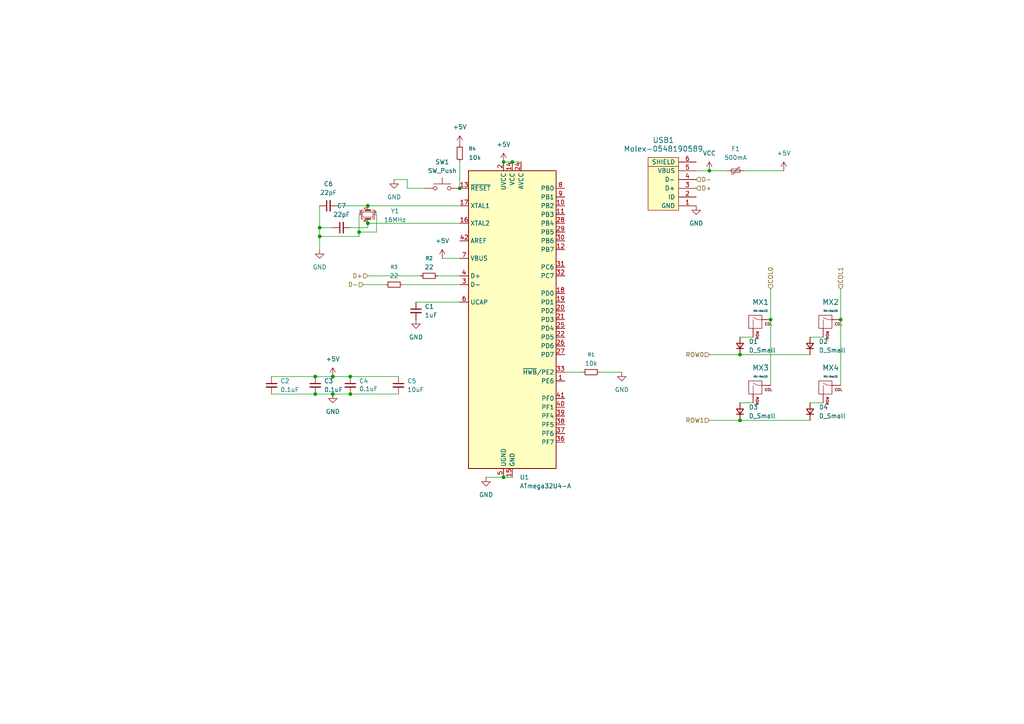
<source format=kicad_sch>
(kicad_sch (version 20250114) (generator "eeschema") (generator_version "9.0")
  (paper "A4")
  (lib_symbols
    (symbol "Device:C_Small" (pin_numbers (hide yes)) (pin_names (offset 0.254) (hide yes))
      (property "Reference" "C" (at 0.254 1.778 0))
      (property "Value" "C_Small" (at 0.254 -2.032 0))
      (symbol "C_Small_0_1"
        (polyline (pts (xy -1.524 0.508) (xy 1.524 0.508)) (stroke (width 0.3048)))
        (polyline (pts (xy -1.524 -0.508) (xy 1.524 -0.508)) (stroke (width 0.3302)))
      )
      (symbol "C_Small_1_1"
        (pin passive line (at 0 2.54 270) (length 2.032) (name "~") (number "1"))
        (pin passive line (at 0 -2.54 90) (length 2.032) (name "~") (number "2"))
      )
    )
    (symbol "Device:Crystal_GND24_Small" (pin_names (offset 1.016) (hide yes))
      (property "Reference" "Y" (at 1.27 4.445 0))
      (property "Value" "Crystal_GND24_Small" (at 1.27 2.54 0))
      (symbol "Crystal_GND24_Small_0_1"
        (polyline (pts (xy -1.27 1.27) (xy -1.27 1.905) (xy 1.27 1.905) (xy 1.27 1.27)))
        (polyline (pts (xy -1.27 -0.762) (xy -1.27 0.762)) (stroke (width 0.381)))
        (polyline (pts (xy -1.27 -1.27) (xy -1.27 -1.905) (xy 1.27 -1.905) (xy 1.27 -1.27)))
        (rectangle (start -0.762 -1.524) (end 0.762 1.524))
        (polyline (pts (xy 1.27 -0.762) (xy 1.27 0.762)) (stroke (width 0.381)))
      )
      (symbol "Crystal_GND24_Small_1_1"
        (pin passive line (at -2.54 0 0) (length 1.27) (name "1") (number "1"))
        (pin passive line (at 0 2.54 270) (length 0.635) (name "4") (number "4"))
        (pin passive line (at 0 -2.54 90) (length 0.635) (name "2") (number "2"))
        (pin passive line (at 2.54 0 180) (length 1.27) (name "3") (number "3"))
      )
    )
    (symbol "Device:D_Small" (pin_numbers (hide yes)) (pin_names (offset 0.254) (hide yes))
      (property "Reference" "D" (at -1.27 2.032 0))
      (property "Value" "D_Small" (at -3.81 -2.032 0))
      (symbol "D_Small_0_1"
        (polyline (pts (xy -0.762 0) (xy 0.762 0)))
        (polyline (pts (xy -0.762 -1.016) (xy -0.762 1.016)) (stroke (width 0.254)))
        (polyline (pts (xy 0.762 -1.016) (xy -0.762 0) (xy 0.762 1.016) (xy 0.762 -1.016)) (stroke (width 0.254)))
      )
      (symbol "D_Small_1_1"
        (pin passive line (at -2.54 0 0) (length 1.778) (name "K") (number "1"))
        (pin passive line (at 2.54 0 180) (length 1.778) (name "A") (number "2"))
      )
    )
    (symbol "Device:Polyfuse_Small" (pin_numbers (hide yes)) (pin_names (offset 0))
      (property "Reference" "F" (at -1.905 0 90))
      (property "Value" "Polyfuse_Small" (at 1.905 0 90))
      (symbol "Polyfuse_Small_0_1"
        (polyline (pts (xy -1.016 1.27) (xy -1.016 0.762) (xy 1.016 -0.762) (xy 1.016 -1.27)))
        (rectangle (start -0.508 1.27) (end 0.508 -1.27))
        (polyline (pts (xy 0 2.54) (xy 0 -2.54)))
      )
      (symbol "Polyfuse_Small_1_1"
        (pin passive line (at 0 2.54 270) (length 0.635) (name "~") (number "1"))
        (pin passive line (at 0 -2.54 90) (length 0.635) (name "~") (number "2"))
      )
    )
    (symbol "Device:R_Small" (pin_numbers (hide yes)) (pin_names (offset 0.254) (hide yes))
      (property "Reference" "R" (at 0 0 90))
      (property "Value" "R_Small" (at 1.778 0 90))
      (symbol "R_Small_0_1"
        (rectangle (start -0.762 1.778) (end 0.762 -1.778) (stroke (width 0.2032)))
      )
      (symbol "R_Small_1_1"
        (pin passive line (at 0 2.54 270) (length 0.762) (name "~") (number "1"))
        (pin passive line (at 0 -2.54 90) (length 0.762) (name "~") (number "2"))
      )
    )
    (symbol "MCU_Microchip_ATmega:ATmega32U4-A"
      (property "Reference" "U" (at -12.7 44.45 0))
      (property "Value" "ATmega32U4-A" (at 2.54 -44.45 0))
      (symbol "ATmega32U4-A_0_1"
        (rectangle (start -12.7 -43.18) (end 12.7 43.18) (stroke (width 0.254)) (fill (type background)))
      )
      (symbol "ATmega32U4-A_1_1"
        (pin input line (at -15.24 38.1 0) (length 2.54) (name "~{RESET}") (number "13"))
        (pin input line (at -15.24 33.02 0) (length 2.54) (name "XTAL1") (number "17"))
        (pin output line (at -15.24 27.94 0) (length 2.54) (name "XTAL2") (number "16"))
        (pin passive line (at -15.24 22.86 0) (length 2.54) (name "AREF") (number "42"))
        (pin input line (at -15.24 17.78 0) (length 2.54) (name "VBUS") (number "7"))
        (pin bidirectional line (at -15.24 12.7 0) (length 2.54) (name "D+") (number "4"))
        (pin bidirectional line (at -15.24 10.16 0) (length 2.54) (name "D-") (number "3"))
        (pin passive line (at -15.24 5.08 0) (length 2.54) (name "UCAP") (number "6"))
        (pin power_in line (at -2.54 45.72 270) (length 2.54) (name "UVCC") (number "2"))
        (pin passive line (at -2.54 -45.72 90) (length 2.54) (name "UGND") (number "5"))
        (pin power_in line (at 0 45.72 270) (length 2.54) (name "VCC") (number "14"))
        (pin passive line (at 0 45.72 270) (length 2.54) (hide yes) (name "VCC") (number "34"))
        (pin power_in line (at 0 -45.72 90) (length 2.54) (name "GND") (number "15"))
        (pin passive line (at 0 -45.72 90) (length 2.54) (hide yes) (name "GND") (number "23"))
        (pin passive line (at 0 -45.72 90) (length 2.54) (hide yes) (name "GND") (number "35"))
        (pin passive line (at 0 -45.72 90) (length 2.54) (hide yes) (name "GND") (number "43"))
        (pin power_in line (at 2.54 45.72 270) (length 2.54) (name "AVCC") (number "24"))
        (pin passive line (at 2.54 45.72 270) (length 2.54) (hide yes) (name "AVCC") (number "44"))
        (pin bidirectional line (at 15.24 38.1 180) (length 2.54) (name "PB0") (number "8"))
        (pin bidirectional line (at 15.24 35.56 180) (length 2.54) (name "PB1") (number "9"))
        (pin bidirectional line (at 15.24 33.02 180) (length 2.54) (name "PB2") (number "10"))
        (pin bidirectional line (at 15.24 30.48 180) (length 2.54) (name "PB3") (number "11"))
        (pin bidirectional line (at 15.24 27.94 180) (length 2.54) (name "PB4") (number "28"))
        (pin bidirectional line (at 15.24 25.4 180) (length 2.54) (name "PB5") (number "29"))
        (pin bidirectional line (at 15.24 22.86 180) (length 2.54) (name "PB6") (number "30"))
        (pin bidirectional line (at 15.24 20.32 180) (length 2.54) (name "PB7") (number "12"))
        (pin bidirectional line (at 15.24 15.24 180) (length 2.54) (name "PC6") (number "31"))
        (pin bidirectional line (at 15.24 12.7 180) (length 2.54) (name "PC7") (number "32"))
        (pin bidirectional line (at 15.24 7.62 180) (length 2.54) (name "PD0") (number "18"))
        (pin bidirectional line (at 15.24 5.08 180) (length 2.54) (name "PD1") (number "19"))
        (pin bidirectional line (at 15.24 2.54 180) (length 2.54) (name "PD2") (number "20"))
        (pin bidirectional line (at 15.24 0 180) (length 2.54) (name "PD3") (number "21"))
        (pin bidirectional line (at 15.24 -2.54 180) (length 2.54) (name "PD4") (number "25"))
        (pin bidirectional line (at 15.24 -5.08 180) (length 2.54) (name "PD5") (number "22"))
        (pin bidirectional line (at 15.24 -7.62 180) (length 2.54) (name "PD6") (number "26"))
        (pin bidirectional line (at 15.24 -10.16 180) (length 2.54) (name "PD7") (number "27"))
        (pin bidirectional line (at 15.24 -15.24 180) (length 2.54) (name "~{HWB}/PE2") (number "33"))
        (pin bidirectional line (at 15.24 -17.78 180) (length 2.54) (name "PE6") (number "1"))
        (pin bidirectional line (at 15.24 -22.86 180) (length 2.54) (name "PF0") (number "41"))
        (pin bidirectional line (at 15.24 -25.4 180) (length 2.54) (name "PF1") (number "40"))
        (pin bidirectional line (at 15.24 -27.94 180) (length 2.54) (name "PF4") (number "39"))
        (pin bidirectional line (at 15.24 -30.48 180) (length 2.54) (name "PF5") (number "38"))
        (pin bidirectional line (at 15.24 -33.02 180) (length 2.54) (name "PF6") (number "37"))
        (pin bidirectional line (at 15.24 -35.56 180) (length 2.54) (name "PF7") (number "36"))
      )
    )
    (symbol "MX_Alps_Hybrid:MX-NoLED" (pin_names (offset 1.016))
      (property "Reference" "MX" (at -0.635 3.81 0))
      (property "Value" "MX-NoLED" (at -0.635 1.27 0))
      (symbol "MX-NoLED_0_0"
        (rectangle (start -2.54 2.54) (end 1.27 -1.27))
        (polyline (pts (xy -1.27 -1.27) (xy -1.27 1.27)) (stroke (width 0.127)))
        (polyline (pts (xy 1.27 1.27) (xy 0 1.27) (xy -1.27 1.905)) (stroke (width 0.127)))
        (text "ROW" (at 0 -1.905 900) (effects (font (size 0.762 0.762)) (justify right)))
        (text "COL" (at 3.175 0 0) (effects (font (size 0.762 0.762))))
      )
      (symbol "MX-NoLED_1_1"
        (pin passive line (at -1.27 -3.81 90) (length 2.54) (name "ROW") (number "2"))
        (pin passive line (at 3.81 1.27 180) (length 2.54) (name "COL") (number "1"))
      )
    )
    (symbol "Switch:SW_Push" (pin_numbers (hide yes)) (pin_names (offset 1.016) (hide yes))
      (property "Reference" "SW" (at 1.27 2.54 0))
      (property "Value" "SW_Push" (at 0 -1.524 0))
      (symbol "SW_Push_0_1"
        (circle (center -2.032 0) (radius 0.508))
        (polyline (pts (xy 0 1.27) (xy 0 3.048)))
        (circle (center 2.032 0) (radius 0.508))
        (polyline (pts (xy 2.54 1.27) (xy -2.54 1.27)))
        (pin passive line (at -5.08 0 0) (length 2.54) (name "1") (number "1"))
        (pin passive line (at 5.08 0 180) (length 2.54) (name "2") (number "2"))
      )
    )
    (symbol "power:+5V" (power) (pin_numbers (hide yes)) (pin_names (offset 0) (hide yes))
      (property "Value" "+5V" (at 0 3.556 0))
      (symbol "+5V_0_1"
        (polyline (pts (xy -0.762 1.27) (xy 0 2.54)))
        (polyline (pts (xy 0 2.54) (xy 0.762 1.27)))
        (polyline (pts (xy 0 0) (xy 0 2.54)))
      )
      (symbol "+5V_1_1"
        (pin power_in line (at 0 0 90) (length 0) (name "~") (number "1"))
      )
    )
    (symbol "power:GND" (power) (pin_numbers (hide yes)) (pin_names (offset 0) (hide yes))
      (property "Value" "GND" (at 0 -3.81 0))
      (symbol "GND_0_1"
        (polyline (pts (xy 0 0) (xy 0 -1.27) (xy 1.27 -1.27) (xy 0 -2.54) (xy -1.27 -1.27) (xy 0 -1.27)))
      )
      (symbol "GND_1_1"
        (pin power_in line (at 0 0 270) (length 0) (name "~") (number "1"))
      )
    )
    (symbol "power:VCC" (power) (pin_numbers (hide yes)) (pin_names (offset 0) (hide yes))
      (property "Value" "VCC" (at 0 3.556 0))
      (symbol "VCC_0_1"
        (polyline (pts (xy -0.762 1.27) (xy 0 2.54)))
        (polyline (pts (xy 0 2.54) (xy 0.762 1.27)))
        (polyline (pts (xy 0 0) (xy 0 2.54)))
      )
      (symbol "VCC_1_1"
        (pin power_in line (at 0 0 90) (length 0) (name "~") (number "1"))
      )
    )
    (symbol "random-keyboard-parts:Molex-0548190589" (pin_names (offset 1.016))
      (property "Reference" "USB" (at 0 7.62 0))
      (property "Value" "Molex-0548190589" (at 0 10.16 0))
      (symbol "Molex-0548190589_0_0"
        (polyline (pts (xy 6.35 -2.54) (xy 6.35 6.35)))
        (rectangle (start 8.89 -2.54) (end -6.35 6.35) (fill (type background)))
      )
      (symbol "Molex-0548190589_1_1"
        (pin input line (at -5.08 -7.62 90) (length 5.08) (name "GND") (number "1"))
        (pin input line (at -2.54 -7.62 90) (length 5.08) (name "ID") (number "2"))
        (pin input line (at 0 -7.62 90) (length 5.08) (name "D+") (number "3"))
        (pin input line (at 2.54 -7.62 90) (length 5.08) (name "D-") (number "4"))
        (pin input line (at 5.08 -7.62 90) (length 5.08) (name "VBUS") (number "5"))
        (pin input line (at 7.62 -7.62 90) (length 5.08) (name "SHIELD") (number "6"))
      )
    )
  )
  (junction (at 92.71 68.58))
  (junction (at 96.52 114.3))
  (junction (at 91.44 109.22))
  (junction (at 133.35 54.61))
  (junction (at 205.74 49.53))
  (junction (at 101.6 114.3))
  (junction (at 214.63 102.87))
  (junction (at 146.05 138.43))
  (junction (at 96.52 109.22))
  (junction (at 92.71 66.04))
  (junction (at 91.44 114.3))
  (junction (at 104.14 67.31))
  (junction (at 106.68 59.69))
  (junction (at 223.52 92.71))
  (junction (at 106.68 64.77))
  (junction (at 214.63 121.92))
  (junction (at 146.05 46.99))
  (junction (at 101.6 109.22))
  (junction (at 148.59 46.99))
  (junction (at 243.84 92.71))
  (wire (pts (xy 104.14 62.23) (xy 104.14 67.31)))
  (wire (pts (xy 106.68 59.69) (xy 133.35 59.69)))
  (wire (pts (xy 106.68 64.77) (xy 133.35 64.77)))
  (wire (pts (xy 78.74 114.3) (xy 91.44 114.3)))
  (wire (pts (xy 205.74 102.87) (xy 214.63 102.87)))
  (wire (pts (xy 92.71 68.58) (xy 92.71 72.39)))
  (wire (pts (xy 92.71 66.04) (xy 92.71 68.58)))
  (wire (pts (xy 109.22 62.23) (xy 109.22 67.31)))
  (wire (pts (xy 223.52 83.82) (xy 223.52 92.71)))
  (wire (pts (xy 123.19 54.61) (xy 118.11 54.61)))
  (wire (pts (xy 106.68 80.01) (xy 121.92 80.01)))
  (wire (pts (xy 92.71 59.69) (xy 92.71 66.04)))
  (wire (pts (xy 96.52 109.22) (xy 101.6 109.22)))
  (wire (pts (xy 120.65 87.63) (xy 133.35 87.63)))
  (wire (pts (xy 163.83 107.95) (xy 168.91 107.95)))
  (wire (pts (xy 104.14 67.31) (xy 109.22 67.31)))
  (wire (pts (xy 243.84 83.82) (xy 243.84 92.71)))
  (wire (pts (xy 214.63 97.79) (xy 218.44 97.79)))
  (wire (pts (xy 92.71 68.58) (xy 104.14 68.58)))
  (wire (pts (xy 234.95 97.79) (xy 238.76 97.79)))
  (wire (pts (xy 140.97 138.43) (xy 146.05 138.43)))
  (wire (pts (xy 201.93 49.53) (xy 205.74 49.53)))
  (wire (pts (xy 118.11 54.61) (xy 118.11 52.07)))
  (wire (pts (xy 91.44 114.3) (xy 96.52 114.3)))
  (wire (pts (xy 214.63 102.87) (xy 234.95 102.87)))
  (wire (pts (xy 106.68 66.04) (xy 106.68 64.77)))
  (wire (pts (xy 128.27 74.93) (xy 133.35 74.93)))
  (wire (pts (xy 173.99 107.95) (xy 180.34 107.95)))
  (wire (pts (xy 96.52 114.3) (xy 101.6 114.3)))
  (wire (pts (xy 146.05 138.43) (xy 148.59 138.43)))
  (wire (pts (xy 133.35 46.99) (xy 133.35 54.61)))
  (wire (pts (xy 101.6 66.04) (xy 106.68 66.04)))
  (wire (pts (xy 205.74 49.53) (xy 210.82 49.53)))
  (wire (pts (xy 127 80.01) (xy 133.35 80.01)))
  (wire (pts (xy 97.79 59.69) (xy 106.68 59.69)))
  (wire (pts (xy 91.44 109.22) (xy 96.52 109.22)))
  (wire (pts (xy 243.84 92.71) (xy 243.84 111.76)))
  (wire (pts (xy 205.74 121.92) (xy 214.63 121.92)))
  (wire (pts (xy 234.95 116.84) (xy 238.76 116.84)))
  (wire (pts (xy 223.52 92.71) (xy 223.52 111.76)))
  (wire (pts (xy 114.3 52.07) (xy 118.11 52.07)))
  (wire (pts (xy 101.6 109.22) (xy 115.57 109.22)))
  (wire (pts (xy 105.41 82.55) (xy 111.76 82.55)))
  (wire (pts (xy 116.84 82.55) (xy 133.35 82.55)))
  (wire (pts (xy 215.9 49.53) (xy 227.33 49.53)))
  (wire (pts (xy 214.63 121.92) (xy 234.95 121.92)))
  (wire (pts (xy 78.74 109.22) (xy 91.44 109.22)))
  (wire (pts (xy 104.14 67.31) (xy 104.14 68.58)))
  (wire (pts (xy 146.05 46.99) (xy 148.59 46.99)))
  (wire (pts (xy 148.59 46.99) (xy 151.13 46.99)))
  (wire (pts (xy 214.63 116.84) (xy 218.44 116.84)))
  (wire (pts (xy 101.6 114.3) (xy 115.57 114.3)))
  (wire (pts (xy 96.52 66.04) (xy 92.71 66.04)))
  (hierarchical_label "D+" (shape input) (at 201.93 54.61 0))
  (hierarchical_label "COL0" (shape input) (at 223.52 83.82 90))
  (hierarchical_label "D+" (shape input) (at 106.68 80.01 180))
  (hierarchical_label "COL1" (shape input) (at 243.84 83.82 90))
  (hierarchical_label "ROW1" (shape input) (at 205.74 121.92 180))
  (hierarchical_label "D-" (shape input) (at 105.41 82.55 180))
  (hierarchical_label "ROW0" (shape input) (at 205.74 102.87 180))
  (hierarchical_label "D-" (shape input) (at 201.93 52.07 0))
  (symbol (lib_id "Device:C_Small") (at 120.65 90.17 0) (unit 1)
    (property "Reference" "C1" (at 123.19 88.9062 0) (effects (justify left)))
    (property "Value" "1uF" (at 123.19 91.4462 0) (effects (justify left)))
    (property "Footprint" "Capacitor_SMD:C_0805_2012Metric" (effects (hide yes)))
    (property "Description" "Unpolarized capacitor, small symbol" (effects (hide yes)))
  )
  (symbol (lib_id "power:VCC") (at 205.74 49.53 0) (unit 1)
    (property "Reference" "#PWR012" (effects (hide yes)))
    (property "Value" "VCC" (at 205.74 44.45 0))
    (property "Description" "Power symbol creates a global label with name \"VCC\"" (effects (hide yes)))
  )
  (symbol (lib_id "Device:C_Small") (at 78.74 111.76 0) (unit 1)
    (property "Reference" "C2" (at 81.28 110.4962 0) (effects (justify left)))
    (property "Value" "0.1uF" (at 81.28 113.0362 0) (effects (justify left)))
    (property "Footprint" "Capacitor_SMD:C_0805_2012Metric" (effects (hide yes)))
    (property "Description" "Unpolarized capacitor, small symbol" (effects (hide yes)))
  )
  (symbol (lib_id "power:GND") (at 140.97 138.43 0) (unit 1)
    (property "Reference" "#PWR02" (effects (hide yes)))
    (property "Value" "GND" (at 140.97 143.51 0))
    (property "Description" "Power symbol creates a global label with name \"GND\" , ground" (effects (hide yes)))
  )
  (symbol (lib_id "Device:R_Small") (at 114.3 82.55 90) (unit 1)
    (property "Reference" "R3" (at 114.3 77.47 90) (effects (font (size 1.016 1.016))))
    (property "Value" "22" (at 114.3 80.01 90))
    (property "Footprint" "Resistor_SMD:R_0805_2012Metric" (effects (hide yes)))
    (property "Description" "Resistor, small symbol" (effects (hide yes)))
  )
  (symbol (lib_id "MX_Alps_Hybrid:MX-NoLED") (at 240.03 93.98 0) (unit 1)
    (property "Reference" "MX2" (at 240.9252 87.63 0) (effects (font (size 1.524 1.524))))
    (property "Value" "MX-NoLED" (at 240.9252 90.17 0) (effects (font (size 0.508 0.508))))
    (property "Footprint" "MX_Alps_Hybrid:MX-1U-NoLED" (effects (hide yes)))
  )
  (symbol (lib_id "Device:R_Small") (at 133.35 44.45 0) (unit 1)
    (property "Reference" "R4" (at 135.89 43.1799 0) (effects (font (size 1.016 1.016)) (justify left)))
    (property "Value" "10k" (at 135.89 45.7199 0) (effects (justify left)))
    (property "Footprint" "Resistor_SMD:R_0805_2012Metric" (effects (hide yes)))
    (property "Description" "Resistor, small symbol" (effects (hide yes)))
  )
  (symbol (lib_id "Device:D_Small") (at 234.95 119.38 90) (unit 1)
    (property "Reference" "D4" (at 237.49 118.1099 90) (effects (justify right)))
    (property "Value" "D_Small" (at 237.49 120.6499 90) (effects (justify right)))
    (property "Footprint" "Diode_SMD:D_SOD-123" (effects (hide yes)))
    (property "Description" "Diode, small symbol" (effects (hide yes)))
    (property "Sim.Device" "D" (effects (hide yes)))
    (property "Sim.Pins" "1=K 2=A" (effects (hide yes)))
  )
  (symbol (lib_id "power:GND") (at 120.65 92.71 0) (unit 1)
    (property "Reference" "#PWR04" (effects (hide yes)))
    (property "Value" "GND" (at 120.65 97.79 0))
    (property "Description" "Power symbol creates a global label with name \"GND\" , ground" (effects (hide yes)))
  )
  (symbol (lib_id "Device:Polyfuse_Small") (at 213.36 49.53 90) (unit 1)
    (property "Reference" "F1" (at 213.36 43.18 90))
    (property "Value" "500mA" (at 213.36 45.72 90))
    (property "Footprint" "Fuse:Fuse_1206_3216Metric" (effects (hide yes)))
    (property "Description" "Resettable fuse, polymeric positive temperature coefficient, small symbol" (effects (hide yes)))
  )
  (symbol (lib_id "Device:C_Small") (at 91.44 111.76 0) (unit 1)
    (property "Reference" "C3" (at 93.98 110.4962 0) (effects (justify left)))
    (property "Value" "0.1uF" (at 93.98 113.0362 0) (effects (justify left)))
    (property "Footprint" "Capacitor_SMD:C_0805_2012Metric" (effects (hide yes)))
    (property "Description" "Unpolarized capacitor, small symbol" (effects (hide yes)))
  )
  (symbol (lib_id "Device:C_Small") (at 115.57 111.76 0) (unit 1)
    (property "Reference" "C5" (at 118.11 110.4962 0) (effects (justify left)))
    (property "Value" "10uF" (at 118.11 113.0362 0) (effects (justify left)))
    (property "Footprint" "Capacitor_SMD:C_0805_2012Metric" (effects (hide yes)))
    (property "Description" "Unpolarized capacitor, small symbol" (effects (hide yes)))
  )
  (symbol (lib_id "random-keyboard-parts:Molex-0548190589") (at 194.31 54.61 90) (unit 1)
    (property "Reference" "USB1" (at 192.405 40.64 90) (effects (font (size 1.524 1.524))))
    (property "Value" "Molex-0548190589" (at 192.405 43.18 90) (effects (font (size 1.524 1.524))))
    (property "Footprint" "random-keyboard-parts:Molex-0548190589" (effects (hide yes)))
  )
  (symbol (lib_id "MX_Alps_Hybrid:MX-NoLED") (at 219.71 93.98 0) (unit 1)
    (property "Reference" "MX1" (at 220.6052 87.63 0) (effects (font (size 1.524 1.524))))
    (property "Value" "MX-NoLED" (at 220.6052 90.17 0) (effects (font (size 0.508 0.508))))
    (property "Footprint" "MX_Alps_Hybrid:MX-1U-NoLED" (effects (hide yes)))
  )
  (symbol (lib_id "power:+5V") (at 128.27 74.93 0) (unit 1)
    (property "Reference" "#PWR07" (effects (hide yes)))
    (property "Value" "+5V" (at 128.27 69.85 0))
    (property "Description" "Power symbol creates a global label with name \"+5V\"" (effects (hide yes)))
  )
  (symbol (lib_id "Device:R_Small") (at 124.46 80.01 90) (unit 1)
    (property "Reference" "R2" (at 124.46 74.93 90) (effects (font (size 1.016 1.016))))
    (property "Value" "22" (at 124.46 77.47 90))
    (property "Footprint" "Resistor_SMD:R_0805_2012Metric" (effects (hide yes)))
    (property "Description" "Resistor, small symbol" (effects (hide yes)))
  )
  (symbol (lib_id "power:+5V") (at 146.05 46.99 0) (unit 1)
    (property "Reference" "#PWR01" (effects (hide yes)))
    (property "Value" "+5V" (at 146.05 41.91 0))
    (property "Description" "Power symbol creates a global label with name \"+5V\"" (effects (hide yes)))
  )
  (symbol (lib_id "Device:D_Small") (at 214.63 100.33 90) (unit 1)
    (property "Reference" "D1" (at 217.17 99.0599 90) (effects (justify right)))
    (property "Value" "D_Small" (at 217.17 101.5999 90) (effects (justify right)))
    (property "Footprint" "Diode_SMD:D_SOD-123" (effects (hide yes)))
    (property "Description" "Diode, small symbol" (effects (hide yes)))
    (property "Sim.Device" "D" (effects (hide yes)))
    (property "Sim.Pins" "1=K 2=A" (effects (hide yes)))
  )
  (symbol (lib_id "MX_Alps_Hybrid:MX-NoLED") (at 240.03 113.03 0) (unit 1)
    (property "Reference" "MX4" (at 240.9252 106.68 0) (effects (font (size 1.524 1.524))))
    (property "Value" "MX-NoLED" (at 240.9252 109.22 0) (effects (font (size 0.508 0.508))))
    (property "Footprint" "MX_Alps_Hybrid:MX-1U-NoLED" (effects (hide yes)))
  )
  (symbol (lib_id "power:+5V") (at 96.52 109.22 0) (unit 1)
    (property "Reference" "#PWR05" (effects (hide yes)))
    (property "Value" "+5V" (at 96.52 104.14 0))
    (property "Description" "Power symbol creates a global label with name \"+5V\"" (effects (hide yes)))
  )
  (symbol (lib_id "Device:R_Small") (at 171.45 107.95 90) (unit 1)
    (property "Reference" "R1" (at 171.45 102.87 90) (effects (font (size 1.016 1.016))))
    (property "Value" "10k" (at 171.45 105.41 90))
    (property "Footprint" "Resistor_SMD:R_0805_2012Metric" (effects (hide yes)))
    (property "Description" "Resistor, small symbol" (effects (hide yes)))
  )
  (symbol (lib_id "MX_Alps_Hybrid:MX-NoLED") (at 219.71 113.03 0) (unit 1)
    (property "Reference" "MX3" (at 220.6052 106.68 0) (effects (font (size 1.524 1.524))))
    (property "Value" "MX-NoLED" (at 220.6052 109.22 0) (effects (font (size 0.508 0.508))))
    (property "Footprint" "MX_Alps_Hybrid:MX-1U-NoLED" (effects (hide yes)))
  )
  (symbol (lib_id "power:GND") (at 92.71 72.39 0) (unit 1)
    (property "Reference" "#PWR08" (effects (hide yes)))
    (property "Value" "GND" (at 92.71 77.47 0))
    (property "Description" "Power symbol creates a global label with name \"GND\" , ground" (effects (hide yes)))
  )
  (symbol (lib_id "Device:C_Small") (at 95.25 59.69 90) (unit 1)
    (property "Reference" "C6" (at 95.2563 53.34 90))
    (property "Value" "22pF" (at 95.2563 55.88 90))
    (property "Footprint" "Capacitor_SMD:C_0805_2012Metric" (effects (hide yes)))
    (property "Description" "Unpolarized capacitor, small symbol" (effects (hide yes)))
  )
  (symbol (lib_id "power:+5V") (at 227.33 49.53 0) (unit 1)
    (property "Reference" "#PWR010" (effects (hide yes)))
    (property "Value" "+5V" (at 227.33 44.45 0))
    (property "Description" "Power symbol creates a global label with name \"+5V\"" (effects (hide yes)))
  )
  (symbol (lib_id "Device:D_Small") (at 234.95 100.33 90) (unit 1)
    (property "Reference" "D2" (at 237.49 99.0599 90) (effects (justify right)))
    (property "Value" "D_Small" (at 237.49 101.5999 90) (effects (justify right)))
    (property "Footprint" "Diode_SMD:D_SOD-123" (effects (hide yes)))
    (property "Description" "Diode, small symbol" (effects (hide yes)))
    (property "Sim.Device" "D" (effects (hide yes)))
    (property "Sim.Pins" "1=K 2=A" (effects (hide yes)))
  )
  (symbol (lib_id "Switch:SW_Push") (at 128.27 54.61 0) (unit 1)
    (property "Reference" "SW1" (at 128.27 46.99 0))
    (property "Value" "SW_Push" (at 128.27 49.53 0))
    (property "Footprint" "random-keyboard-parts:SKQG-1155865" (effects (hide yes)))
    (property "Description" "Push button switch, generic, two pins" (effects (hide yes)))
  )
  (symbol (lib_id "MCU_Microchip_ATmega:ATmega32U4-A") (at 148.59 92.71 0) (unit 1)
    (property "Reference" "U1" (at 150.7333 138.43 0) (effects (justify left)))
    (property "Value" "ATmega32U4-A" (at 150.7333 140.97 0) (effects (justify left)))
    (property "Footprint" "Package_QFP:TQFP-44_10x10mm_P0.8mm" (effects (hide yes)))
    (property "Datasheet" "http://ww1.microchip.com/downloads/en/DeviceDoc/Atmel-7766-8-bit-AVR-ATmega16U4-32U4_Datasheet.pdf" (effects (hide yes)))
    (property "Description" "16MHz, 32kB Flash, 2.5kB SRAM, 1kB EEPROM, USB 2.0, TQFP-44" (effects (hide yes)))
  )
  (symbol (lib_id "power:GND") (at 180.34 107.95 0) (unit 1)
    (property "Reference" "#PWR03" (effects (hide yes)))
    (property "Value" "GND" (at 180.34 113.03 0))
    (property "Description" "Power symbol creates a global label with name \"GND\" , ground" (effects (hide yes)))
  )
  (symbol (lib_id "Device:C_Small") (at 99.06 66.04 90) (unit 1)
    (property "Reference" "C7" (at 99.0663 59.69 90))
    (property "Value" "22pF" (at 99.0663 62.23 90))
    (property "Footprint" "Capacitor_SMD:C_0805_2012Metric" (effects (hide yes)))
    (property "Description" "Unpolarized capacitor, small symbol" (effects (hide yes)))
  )
  (symbol (lib_id "power:GND") (at 114.3 52.07 0) (unit 1)
    (property "Reference" "#PWR09" (effects (hide yes)))
    (property "Value" "GND" (at 114.3 57.15 0))
    (property "Description" "Power symbol creates a global label with name \"GND\" , ground" (effects (hide yes)))
  )
  (symbol (lib_id "Device:D_Small") (at 214.63 119.38 90) (unit 1)
    (property "Reference" "D3" (at 217.17 118.1099 90) (effects (justify right)))
    (property "Value" "D_Small" (at 217.17 120.6499 90) (effects (justify right)))
    (property "Footprint" "Diode_SMD:D_SOD-123" (effects (hide yes)))
    (property "Description" "Diode, small symbol" (effects (hide yes)))
    (property "Sim.Device" "D" (effects (hide yes)))
    (property "Sim.Pins" "1=K 2=A" (effects (hide yes)))
  )
  (symbol (lib_id "power:+5V") (at 133.35 41.91 0) (unit 1)
    (property "Reference" "#PWR011" (effects (hide yes)))
    (property "Value" "+5V" (at 133.35 36.83 0))
    (property "Description" "Power symbol creates a global label with name \"+5V\"" (effects (hide yes)))
  )
  (symbol (lib_id "Device:Crystal_GND24_Small") (at 106.68 62.23 270) (unit 1)
    (property "Reference" "Y1" (at 114.554 61.214 90))
    (property "Value" "16MHz" (at 114.554 63.754 90))
    (property "Footprint" "Crystal:Crystal_SMD_SeikoEpson_TSX3225-4Pin_3.2x2.5mm" (effects (hide yes)))
    (property "Description" "Four pin crystal, GND on pins 2 and 4, small symbol" (effects (hide yes)))
  )
  (symbol (lib_id "power:GND") (at 201.93 59.69 0) (unit 1)
    (property "Reference" "#PWR013" (effects (hide yes)))
    (property "Value" "GND" (at 201.93 64.77 0))
    (property "Description" "Power symbol creates a global label with name \"GND\" , ground" (effects (hide yes)))
  )
  (symbol (lib_id "power:GND") (at 96.52 114.3 0) (unit 1)
    (property "Reference" "#PWR06" (effects (hide yes)))
    (property "Value" "GND" (at 96.52 119.38 0))
    (property "Description" "Power symbol creates a global label with name \"GND\" , ground" (effects (hide yes)))
  )
  (symbol (lib_id "Device:C_Small") (at 101.6 111.76 0) (unit 1)
    (property "Reference" "C4" (at 104.14 110.4962 0) (effects (justify left)))
    (property "Value" "0.1uF" (at 104.14 112.776 0) (effects (justify left)))
    (property "Footprint" "Capacitor_SMD:C_0805_2012Metric" (effects (hide yes)))
    (property "Description" "Unpolarized capacitor, small symbol" (effects (hide yes)))
  )
)
</source>
